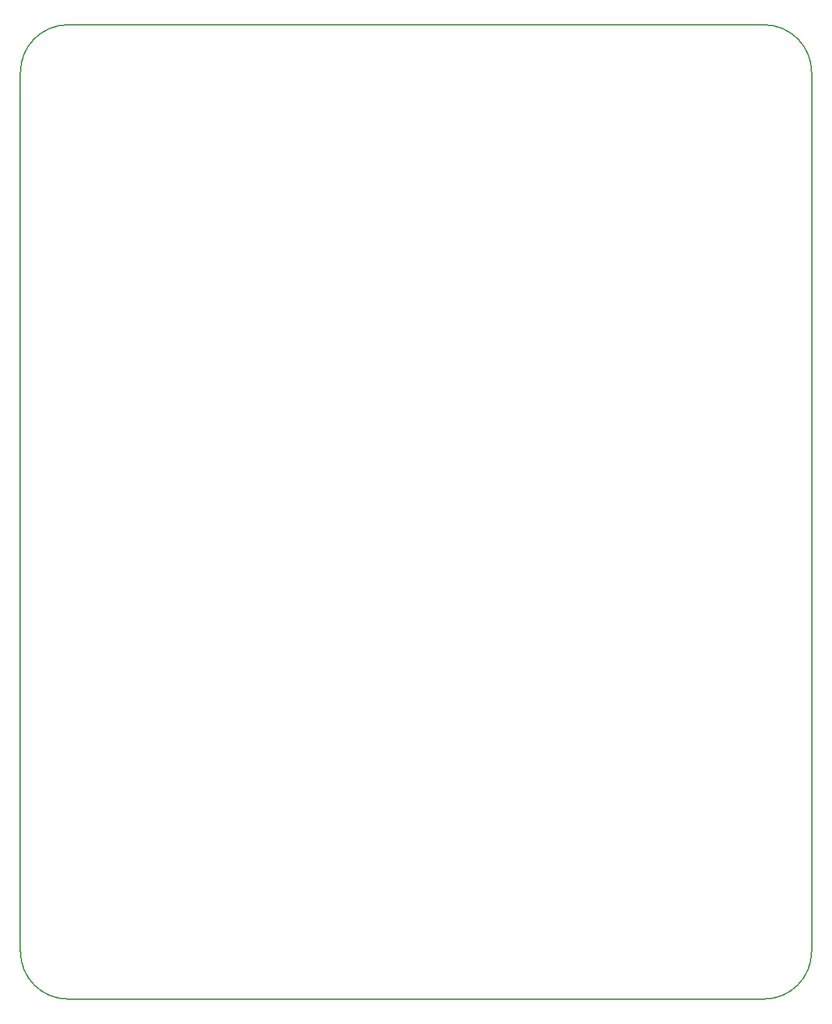
<source format=gbr>
G04 #@! TF.GenerationSoftware,KiCad,Pcbnew,5.0.0*
G04 #@! TF.CreationDate,2018-09-19T15:22:13-04:00*
G04 #@! TF.ProjectId,micromouse,6D6963726F6D6F7573652E6B69636164,rev?*
G04 #@! TF.SameCoordinates,PX8f0d180PY5f5e100*
G04 #@! TF.FileFunction,Profile,NP*
%FSLAX46Y46*%
G04 Gerber Fmt 4.6, Leading zero omitted, Abs format (unit mm)*
G04 Created by KiCad (PCBNEW 5.0.0) date Wed Sep 19 15:22:13 2018*
%MOMM*%
%LPD*%
G01*
G04 APERTURE LIST*
%ADD10C,0.150000*%
G04 APERTURE END LIST*
D10*
X50000000Y-54000000D02*
G75*
G02X44000000Y-60000000I-6000000J0D01*
G01*
X-44000000Y-60000000D02*
G75*
G02X-50000000Y-54000000I0J6000000D01*
G01*
X-50000000Y57000000D02*
G75*
G02X-44000000Y63000000I6000000J0D01*
G01*
X44000000Y63000000D02*
G75*
G02X50000000Y57000000I0J-6000000D01*
G01*
X-44000000Y-60000000D02*
X44000000Y-60000000D01*
X-44000000Y63000000D02*
X44000000Y63000000D01*
X50000000Y57000000D02*
X50000000Y-54000000D01*
X-50000000Y-54000000D02*
X-50000000Y57000000D01*
M02*

</source>
